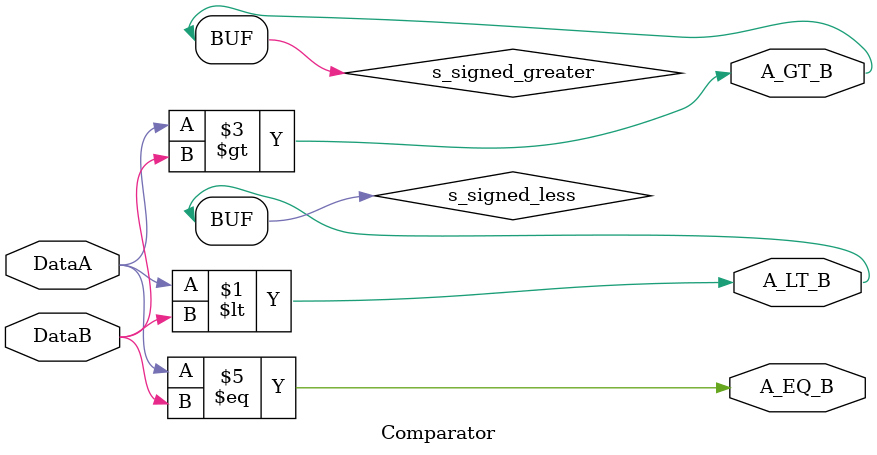
<source format=v>
/******************************************************************************
 ** Logisim goes FPGA automatic generated Verilog code                       **
 **                                                                          **
 ** Component : Comparator                                                   **
 **                                                                          **
 ******************************************************************************/

module Comparator( DataA,
                   DataB,
                   A_EQ_B,
                   A_GT_B,
                   A_LT_B);

   /***************************************************************************
    ** Here all module parameters are defined with a dummy value             **
    ***************************************************************************/
   parameter TwosComplement = 1;
   parameter NrOfBits = 1;


   /***************************************************************************
    ** Here the inputs are defined                                           **
    ***************************************************************************/
   input[NrOfBits-1:0]  DataA;
   input[NrOfBits-1:0]  DataB;

   /***************************************************************************
    ** Here the outputs are defined                                          **
    ***************************************************************************/
   output A_EQ_B;
   output A_GT_B;
   output A_LT_B;

   /***************************************************************************
    ** Here the internal wires are defined                                   **
    ***************************************************************************/
   wire s_signed_greater;
   wire s_signed_less;
   wire s_unsigned_greater;
   wire s_unsigned_less;

   assign s_signed_less      = ($signed(DataA) < $signed(DataB));
   assign s_unsigned_less    = (DataA < DataB);
   assign s_signed_greater   = ($signed(DataA) > $signed(DataB));
   assign s_unsigned_greater = (DataA > DataB);

   assign A_EQ_B = (DataA == DataB);
   assign A_GT_B = (TwosComplement==1) ? s_signed_greater : s_unsigned_greater;
   assign A_LT_B = (TwosComplement==1) ? s_signed_less : s_unsigned_less;

endmodule

</source>
